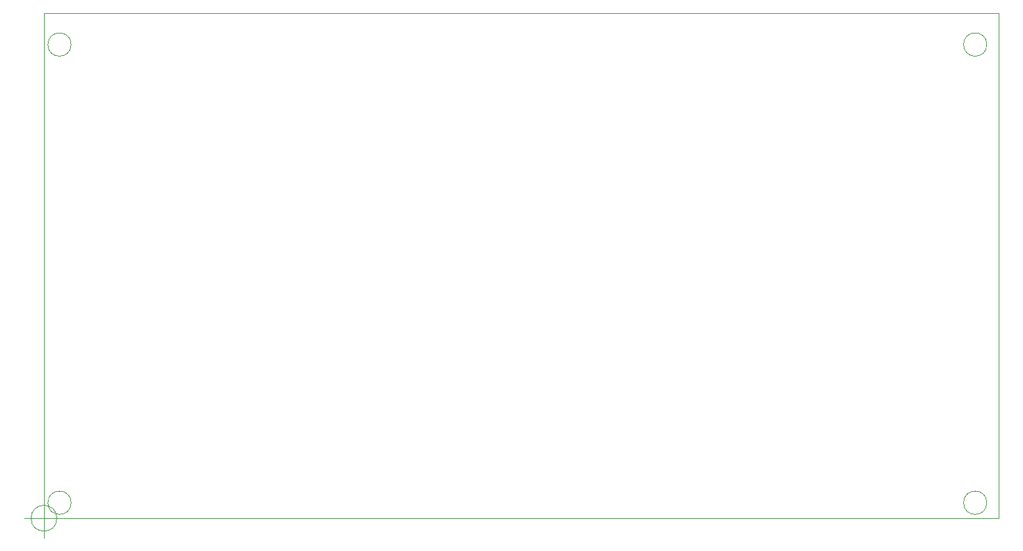
<source format=gbr>
G04 #@! TF.GenerationSoftware,KiCad,Pcbnew,(5.1.4)-1*
G04 #@! TF.CreationDate,2020-07-31T19:04:34-03:00*
G04 #@! TF.ProjectId,INYECTORES,494e5945-4354-44f5-9245-532e6b696361,rev?*
G04 #@! TF.SameCoordinates,Original*
G04 #@! TF.FileFunction,Profile,NP*
%FSLAX46Y46*%
G04 Gerber Fmt 4.6, Leading zero omitted, Abs format (unit mm)*
G04 Created by KiCad (PCBNEW (5.1.4)-1) date 2020-07-31 19:04:34*
%MOMM*%
%LPD*%
G04 APERTURE LIST*
%ADD10C,0.050000*%
%ADD11C,0.100000*%
G04 APERTURE END LIST*
D10*
X39666666Y-176000000D02*
G75*
G03X39666666Y-176000000I-1666666J0D01*
G01*
X35500000Y-176000000D02*
X40500000Y-176000000D01*
X38000000Y-173500000D02*
X38000000Y-178500000D01*
X39666666Y-176000000D02*
G75*
G03X39666666Y-176000000I-1666666J0D01*
G01*
X35500000Y-176000000D02*
X40500000Y-176000000D01*
X38000000Y-173500000D02*
X38000000Y-178500000D01*
X159500000Y-174000000D02*
G75*
G03X159500000Y-174000000I-1500000J0D01*
G01*
X38000000Y-176000000D02*
X130000000Y-176000000D01*
X41500000Y-115000000D02*
G75*
G03X41500000Y-115000000I-1500000J0D01*
G01*
X130000000Y-176000000D02*
X161000000Y-176000000D01*
D11*
X38000000Y-176000000D02*
X38000000Y-111000000D01*
D10*
X41500000Y-174000000D02*
G75*
G03X41500000Y-174000000I-1500000J0D01*
G01*
X161000000Y-114000000D02*
X161000000Y-111000000D01*
X161000000Y-111000000D02*
X130000000Y-111000000D01*
X161000000Y-176000000D02*
X161000000Y-114000000D01*
X159500000Y-115000000D02*
G75*
G03X159500000Y-115000000I-1500000J0D01*
G01*
D11*
X38000000Y-111000000D02*
X130000000Y-111000000D01*
M02*

</source>
